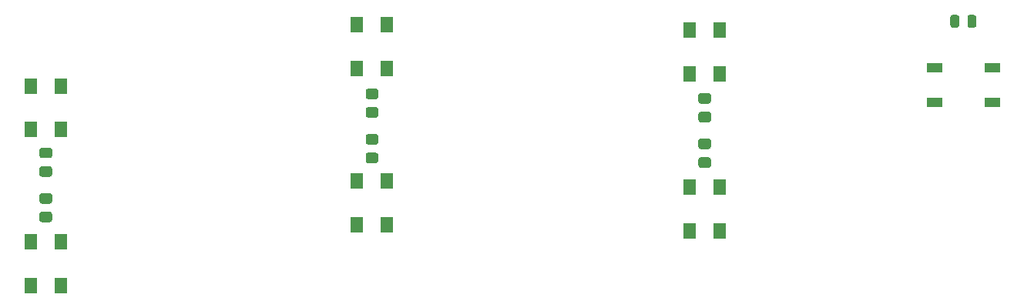
<source format=gbp>
%TF.GenerationSoftware,KiCad,Pcbnew,(5.1.6)-1*%
%TF.CreationDate,2022-08-18T21:09:05-07:00*%
%TF.ProjectId,split-40-final,73706c69-742d-4343-902d-66696e616c2e,rev?*%
%TF.SameCoordinates,Original*%
%TF.FileFunction,Paste,Bot*%
%TF.FilePolarity,Positive*%
%FSLAX46Y46*%
G04 Gerber Fmt 4.6, Leading zero omitted, Abs format (unit mm)*
G04 Created by KiCad (PCBNEW (5.1.6)-1) date 2022-08-18 21:09:05*
%MOMM*%
%LPD*%
G01*
G04 APERTURE LIST*
%ADD10R,1.400000X1.800000*%
%ADD11R,1.700000X1.000000*%
G04 APERTURE END LIST*
D10*
%TO.C,D1*%
X103550000Y-33990000D03*
X106850000Y-33990000D03*
X103550000Y-38790000D03*
X106850000Y-38790000D03*
%TD*%
%TO.C,D2*%
X67000000Y-33390000D03*
X70300000Y-38190000D03*
X67000000Y-38190000D03*
X70300000Y-33390000D03*
%TD*%
%TO.C,D3*%
X31150000Y-40120000D03*
X34450000Y-44920000D03*
X31150000Y-44920000D03*
X34450000Y-40120000D03*
%TD*%
%TO.C,D4*%
X34450000Y-62070000D03*
X31150000Y-57270000D03*
X34450000Y-57270000D03*
X31150000Y-62070000D03*
%TD*%
%TO.C,D5*%
X70300000Y-55340000D03*
X67000000Y-50540000D03*
X70300000Y-50540000D03*
X67000000Y-55340000D03*
%TD*%
%TO.C,D6*%
X106850000Y-56020000D03*
X103550000Y-51220000D03*
X106850000Y-51220000D03*
X103550000Y-56020000D03*
%TD*%
%TO.C,C3*%
G36*
G01*
X32349999Y-46900000D02*
X33250001Y-46900000D01*
G75*
G02*
X33500000Y-47149999I0J-249999D01*
G01*
X33500000Y-47800001D01*
G75*
G02*
X33250001Y-48050000I-249999J0D01*
G01*
X32349999Y-48050000D01*
G75*
G02*
X32100000Y-47800001I0J249999D01*
G01*
X32100000Y-47149999D01*
G75*
G02*
X32349999Y-46900000I249999J0D01*
G01*
G37*
G36*
G01*
X32349999Y-48950000D02*
X33250001Y-48950000D01*
G75*
G02*
X33500000Y-49199999I0J-249999D01*
G01*
X33500000Y-49850001D01*
G75*
G02*
X33250001Y-50100000I-249999J0D01*
G01*
X32349999Y-50100000D01*
G75*
G02*
X32100000Y-49850001I0J249999D01*
G01*
X32100000Y-49199999D01*
G75*
G02*
X32349999Y-48950000I249999J0D01*
G01*
G37*
%TD*%
%TO.C,C1*%
G36*
G01*
X104749999Y-40900000D02*
X105650001Y-40900000D01*
G75*
G02*
X105900000Y-41149999I0J-249999D01*
G01*
X105900000Y-41800001D01*
G75*
G02*
X105650001Y-42050000I-249999J0D01*
G01*
X104749999Y-42050000D01*
G75*
G02*
X104500000Y-41800001I0J249999D01*
G01*
X104500000Y-41149999D01*
G75*
G02*
X104749999Y-40900000I249999J0D01*
G01*
G37*
G36*
G01*
X104749999Y-42950000D02*
X105650001Y-42950000D01*
G75*
G02*
X105900000Y-43199999I0J-249999D01*
G01*
X105900000Y-43850001D01*
G75*
G02*
X105650001Y-44100000I-249999J0D01*
G01*
X104749999Y-44100000D01*
G75*
G02*
X104500000Y-43850001I0J249999D01*
G01*
X104500000Y-43199999D01*
G75*
G02*
X104749999Y-42950000I249999J0D01*
G01*
G37*
%TD*%
%TO.C,C2*%
G36*
G01*
X68199999Y-40400000D02*
X69100001Y-40400000D01*
G75*
G02*
X69350000Y-40649999I0J-249999D01*
G01*
X69350000Y-41300001D01*
G75*
G02*
X69100001Y-41550000I-249999J0D01*
G01*
X68199999Y-41550000D01*
G75*
G02*
X67950000Y-41300001I0J249999D01*
G01*
X67950000Y-40649999D01*
G75*
G02*
X68199999Y-40400000I249999J0D01*
G01*
G37*
G36*
G01*
X68199999Y-42450000D02*
X69100001Y-42450000D01*
G75*
G02*
X69350000Y-42699999I0J-249999D01*
G01*
X69350000Y-43350001D01*
G75*
G02*
X69100001Y-43600000I-249999J0D01*
G01*
X68199999Y-43600000D01*
G75*
G02*
X67950000Y-43350001I0J249999D01*
G01*
X67950000Y-42699999D01*
G75*
G02*
X68199999Y-42450000I249999J0D01*
G01*
G37*
%TD*%
%TO.C,C4*%
G36*
G01*
X33250001Y-55100000D02*
X32349999Y-55100000D01*
G75*
G02*
X32100000Y-54850001I0J249999D01*
G01*
X32100000Y-54199999D01*
G75*
G02*
X32349999Y-53950000I249999J0D01*
G01*
X33250001Y-53950000D01*
G75*
G02*
X33500000Y-54199999I0J-249999D01*
G01*
X33500000Y-54850001D01*
G75*
G02*
X33250001Y-55100000I-249999J0D01*
G01*
G37*
G36*
G01*
X33250001Y-53050000D02*
X32349999Y-53050000D01*
G75*
G02*
X32100000Y-52800001I0J249999D01*
G01*
X32100000Y-52149999D01*
G75*
G02*
X32349999Y-51900000I249999J0D01*
G01*
X33250001Y-51900000D01*
G75*
G02*
X33500000Y-52149999I0J-249999D01*
G01*
X33500000Y-52800001D01*
G75*
G02*
X33250001Y-53050000I-249999J0D01*
G01*
G37*
%TD*%
%TO.C,C5*%
G36*
G01*
X69100001Y-48600000D02*
X68199999Y-48600000D01*
G75*
G02*
X67950000Y-48350001I0J249999D01*
G01*
X67950000Y-47699999D01*
G75*
G02*
X68199999Y-47450000I249999J0D01*
G01*
X69100001Y-47450000D01*
G75*
G02*
X69350000Y-47699999I0J-249999D01*
G01*
X69350000Y-48350001D01*
G75*
G02*
X69100001Y-48600000I-249999J0D01*
G01*
G37*
G36*
G01*
X69100001Y-46550000D02*
X68199999Y-46550000D01*
G75*
G02*
X67950000Y-46300001I0J249999D01*
G01*
X67950000Y-45649999D01*
G75*
G02*
X68199999Y-45400000I249999J0D01*
G01*
X69100001Y-45400000D01*
G75*
G02*
X69350000Y-45649999I0J-249999D01*
G01*
X69350000Y-46300001D01*
G75*
G02*
X69100001Y-46550000I-249999J0D01*
G01*
G37*
%TD*%
%TO.C,C6*%
G36*
G01*
X105650001Y-49100000D02*
X104749999Y-49100000D01*
G75*
G02*
X104500000Y-48850001I0J249999D01*
G01*
X104500000Y-48199999D01*
G75*
G02*
X104749999Y-47950000I249999J0D01*
G01*
X105650001Y-47950000D01*
G75*
G02*
X105900000Y-48199999I0J-249999D01*
G01*
X105900000Y-48850001D01*
G75*
G02*
X105650001Y-49100000I-249999J0D01*
G01*
G37*
G36*
G01*
X105650001Y-47050000D02*
X104749999Y-47050000D01*
G75*
G02*
X104500000Y-46800001I0J249999D01*
G01*
X104500000Y-46149999D01*
G75*
G02*
X104749999Y-45900000I249999J0D01*
G01*
X105650001Y-45900000D01*
G75*
G02*
X105900000Y-46149999I0J-249999D01*
G01*
X105900000Y-46800001D01*
G75*
G02*
X105650001Y-47050000I-249999J0D01*
G01*
G37*
%TD*%
%TO.C,R1*%
G36*
G01*
X135055000Y-32543750D02*
X135055000Y-33456250D01*
G75*
G02*
X134811250Y-33700000I-243750J0D01*
G01*
X134323750Y-33700000D01*
G75*
G02*
X134080000Y-33456250I0J243750D01*
G01*
X134080000Y-32543750D01*
G75*
G02*
X134323750Y-32300000I243750J0D01*
G01*
X134811250Y-32300000D01*
G75*
G02*
X135055000Y-32543750I0J-243750D01*
G01*
G37*
G36*
G01*
X133180000Y-32543750D02*
X133180000Y-33456250D01*
G75*
G02*
X132936250Y-33700000I-243750J0D01*
G01*
X132448750Y-33700000D01*
G75*
G02*
X132205000Y-33456250I0J243750D01*
G01*
X132205000Y-32543750D01*
G75*
G02*
X132448750Y-32300000I243750J0D01*
G01*
X132936250Y-32300000D01*
G75*
G02*
X133180000Y-32543750I0J-243750D01*
G01*
G37*
%TD*%
D11*
%TO.C,SW1*%
X130480000Y-41900000D03*
X136780000Y-41900000D03*
X130480000Y-38100000D03*
X136780000Y-38100000D03*
%TD*%
M02*

</source>
